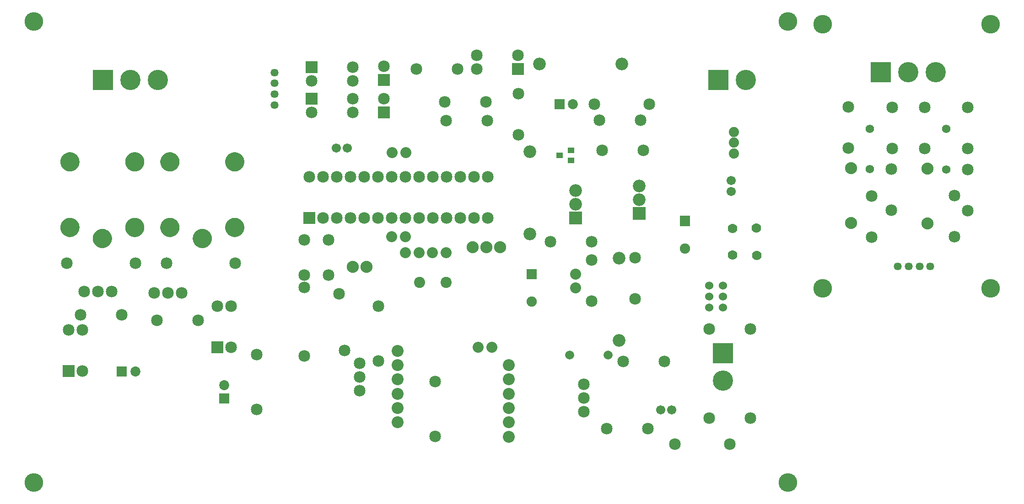
<source format=gbs>
G04 MADE WITH FRITZING*
G04 WWW.FRITZING.ORG*
G04 DOUBLE SIDED*
G04 HOLES PLATED*
G04 CONTOUR ON CENTER OF CONTOUR VECTOR*
%ASAXBY*%
%FSLAX23Y23*%
%MOIN*%
%OFA0B0*%
%SFA1.0B1.0*%
%ADD10C,0.085000*%
%ADD11C,0.087119*%
%ADD12C,0.060000*%
%ADD13C,0.135984*%
%ADD14C,0.061496*%
%ADD15C,0.088000*%
%ADD16C,0.067000*%
%ADD17C,0.074000*%
%ADD18C,0.057559*%
%ADD19C,0.070000*%
%ADD20C,0.065433*%
%ADD21C,0.092000*%
%ADD22C,0.072992*%
%ADD23C,0.075000*%
%ADD24C,0.147795*%
%ADD25C,0.080925*%
%ADD26C,0.080866*%
%ADD27C,0.080000*%
%ADD28R,0.045433X0.041496*%
%ADD29R,0.085000X0.085000*%
%ADD30R,0.092000X0.092000*%
%ADD31R,0.072992X0.072992*%
%ADD32R,0.147795X0.147795*%
%ADD33R,0.001000X0.001000*%
%LNMASK0*%
G90*
G70*
G54D10*
X2329Y1516D03*
X2368Y1102D03*
X5025Y1260D03*
X5325Y1260D03*
G54D11*
X3564Y474D03*
X3564Y579D03*
X3564Y683D03*
X3564Y787D03*
X3564Y891D03*
X3564Y995D03*
X2754Y579D03*
X2754Y683D03*
X2754Y787D03*
X2754Y891D03*
X2754Y995D03*
X2754Y1100D03*
G54D12*
X5123Y1496D03*
X5025Y1496D03*
X5025Y1417D03*
X5025Y1575D03*
X5123Y1575D03*
X5123Y1417D03*
G54D10*
X2073Y1654D03*
X2073Y1910D03*
X2250Y1654D03*
X2250Y1910D03*
G54D13*
X5852Y3484D03*
X7073Y3484D03*
X7073Y1555D03*
X5852Y1555D03*
G54D10*
X6037Y2878D03*
X6037Y2578D03*
X6357Y2877D03*
X6357Y2577D03*
X6909Y2877D03*
X6909Y2577D03*
X6352Y2425D03*
X6352Y2125D03*
X6909Y2424D03*
X6909Y2124D03*
X6594Y2877D03*
X6594Y2577D03*
X6207Y1929D03*
X6207Y2229D03*
X6812Y1932D03*
X6812Y2232D03*
G54D14*
X6195Y2425D03*
X6195Y2720D03*
X6751Y2424D03*
X6751Y2719D03*
G54D15*
X6057Y2031D03*
X6057Y2431D03*
X6613Y2030D03*
X6613Y2430D03*
G54D10*
X2654Y3075D03*
X2654Y3175D03*
X2654Y2838D03*
X2654Y2938D03*
G54D16*
X4671Y669D03*
X4750Y669D03*
X2309Y2579D03*
X2388Y2579D03*
X5183Y2264D03*
X5183Y2343D03*
G54D17*
X5203Y2539D03*
X5203Y2618D03*
X5203Y2697D03*
G54D18*
X6398Y1715D03*
X6477Y1715D03*
X6556Y1715D03*
X6635Y1715D03*
X1856Y2894D03*
X1856Y2972D03*
X1856Y3051D03*
X1856Y3130D03*
G54D19*
X5195Y1993D03*
X5195Y1798D03*
X5370Y1797D03*
X5368Y1996D03*
G54D20*
X4008Y1068D03*
X4288Y1068D03*
G54D21*
X4051Y2069D03*
X4051Y2169D03*
X4051Y2269D03*
X4514Y2103D03*
X4514Y2203D03*
X4514Y2303D03*
G54D13*
X5596Y3504D03*
X103Y138D03*
X103Y3504D03*
G54D10*
X2111Y2068D03*
X2111Y2368D03*
X2211Y2068D03*
X2211Y2368D03*
X2311Y2068D03*
X2311Y2368D03*
X2411Y2068D03*
X2411Y2368D03*
X2511Y2068D03*
X2511Y2368D03*
X2611Y2068D03*
X2611Y2368D03*
X2711Y2068D03*
X2711Y2368D03*
X2811Y2068D03*
X2811Y2368D03*
X2911Y2068D03*
X2911Y2368D03*
X3011Y2068D03*
X3011Y2368D03*
X3111Y2068D03*
X3111Y2368D03*
X3211Y2068D03*
X3211Y2368D03*
X3311Y2068D03*
X3311Y2368D03*
X3411Y2068D03*
X3411Y2368D03*
X3632Y3155D03*
X3332Y3155D03*
X3632Y3255D03*
X3332Y3255D03*
X2127Y3169D03*
X2427Y3169D03*
X2127Y3069D03*
X2427Y3069D03*
X2127Y2940D03*
X2427Y2940D03*
X2127Y2840D03*
X2427Y2840D03*
X1442Y1125D03*
X1442Y1425D03*
X1542Y1125D03*
X1542Y1425D03*
X359Y952D03*
X359Y1252D03*
X459Y952D03*
X459Y1252D03*
X1071Y1738D03*
X1571Y1738D03*
X343Y1738D03*
X843Y1738D03*
X980Y1521D03*
X1080Y1521D03*
X1180Y1521D03*
X472Y1534D03*
X572Y1534D03*
X672Y1534D03*
G54D15*
X2427Y1713D03*
X2527Y1713D03*
X3300Y1856D03*
X3400Y1856D03*
X3500Y1856D03*
G54D10*
X4589Y2899D03*
X4189Y2899D03*
X1729Y673D03*
X1729Y1073D03*
X2073Y1063D03*
X2073Y1563D03*
X4277Y532D03*
X4577Y532D03*
X4773Y419D03*
X5173Y419D03*
X4396Y1024D03*
X4696Y1024D03*
X5025Y610D03*
X5325Y610D03*
X4484Y1778D03*
X4484Y1478D03*
X4169Y1762D03*
X4169Y1462D03*
X3869Y1895D03*
X4169Y1895D03*
X3633Y2975D03*
X3633Y2675D03*
X3409Y2778D03*
X3109Y2778D03*
X3190Y3155D03*
X2890Y3155D03*
X3397Y2916D03*
X3097Y2916D03*
X1300Y1324D03*
X1000Y1324D03*
X744Y1363D03*
X444Y1363D03*
G54D22*
X3933Y2899D03*
X4032Y2899D03*
X1492Y752D03*
X1492Y850D03*
X744Y950D03*
X843Y950D03*
G54D21*
X4366Y1177D03*
X4366Y1777D03*
X3717Y1952D03*
X3717Y2552D03*
X4386Y3194D03*
X3786Y3194D03*
G54D23*
X4848Y1847D03*
X4848Y2047D03*
X3732Y1459D03*
X3732Y1659D03*
G54D24*
X5124Y1083D03*
X5124Y883D03*
X607Y3076D03*
X807Y3076D03*
X1007Y3076D03*
X6274Y3133D03*
X6474Y3133D03*
X6674Y3133D03*
X5092Y3076D03*
X5292Y3076D03*
G54D25*
X3106Y1599D03*
G54D26*
X2913Y1599D03*
G54D10*
X4243Y2564D03*
X4543Y2564D03*
X4224Y2781D03*
X4524Y2781D03*
X4110Y655D03*
X4110Y755D03*
X4110Y855D03*
X2477Y808D03*
X2477Y908D03*
X2477Y1008D03*
X3028Y476D03*
X3028Y876D03*
X2614Y1027D03*
X2614Y1427D03*
G54D27*
X3107Y1815D03*
X3007Y1815D03*
X4051Y1559D03*
X4051Y1659D03*
X3441Y1126D03*
X3341Y1126D03*
X2813Y2545D03*
X2713Y2545D03*
X2812Y1934D03*
X2712Y1934D03*
X2910Y1815D03*
X2810Y1815D03*
G54D13*
X5596Y138D03*
G54D28*
X4016Y2562D03*
X4016Y2488D03*
X3933Y2525D03*
G54D29*
X2654Y3075D03*
X2654Y2838D03*
G54D30*
X4051Y2069D03*
X4514Y2103D03*
G54D29*
X2111Y2068D03*
X3632Y3155D03*
X2127Y3169D03*
X2127Y2940D03*
X1442Y1125D03*
X359Y952D03*
G54D31*
X3933Y2899D03*
X1492Y752D03*
X744Y950D03*
G54D32*
X5124Y1083D03*
X607Y3076D03*
X6274Y3133D03*
X5092Y3076D03*
G54D33*
X365Y2548D02*
X368Y2548D01*
X838Y2548D02*
X841Y2548D01*
X1094Y2548D02*
X1096Y2548D01*
X1566Y2548D02*
X1569Y2548D01*
X356Y2547D02*
X378Y2547D01*
X828Y2547D02*
X850Y2547D01*
X1084Y2547D02*
X1106Y2547D01*
X1557Y2547D02*
X1578Y2547D01*
X351Y2546D02*
X383Y2546D01*
X823Y2546D02*
X855Y2546D01*
X1079Y2546D02*
X1111Y2546D01*
X1552Y2546D02*
X1583Y2546D01*
X347Y2545D02*
X387Y2545D01*
X819Y2545D02*
X859Y2545D01*
X1075Y2545D02*
X1115Y2545D01*
X1548Y2545D02*
X1587Y2545D01*
X344Y2544D02*
X390Y2544D01*
X816Y2544D02*
X862Y2544D01*
X1072Y2544D02*
X1118Y2544D01*
X1545Y2544D02*
X1590Y2544D01*
X341Y2543D02*
X392Y2543D01*
X813Y2543D02*
X865Y2543D01*
X1069Y2543D02*
X1121Y2543D01*
X1542Y2543D02*
X1593Y2543D01*
X339Y2542D02*
X395Y2542D01*
X811Y2542D02*
X867Y2542D01*
X1067Y2542D02*
X1123Y2542D01*
X1539Y2542D02*
X1595Y2542D01*
X337Y2541D02*
X397Y2541D01*
X809Y2541D02*
X869Y2541D01*
X1065Y2541D02*
X1125Y2541D01*
X1537Y2541D02*
X1597Y2541D01*
X335Y2540D02*
X399Y2540D01*
X807Y2540D02*
X871Y2540D01*
X1063Y2540D02*
X1127Y2540D01*
X1535Y2540D02*
X1599Y2540D01*
X333Y2539D02*
X401Y2539D01*
X805Y2539D02*
X873Y2539D01*
X1061Y2539D02*
X1129Y2539D01*
X1534Y2539D02*
X1601Y2539D01*
X331Y2538D02*
X402Y2538D01*
X804Y2538D02*
X875Y2538D01*
X1060Y2538D02*
X1130Y2538D01*
X1532Y2538D02*
X1603Y2538D01*
X330Y2537D02*
X404Y2537D01*
X802Y2537D02*
X876Y2537D01*
X1058Y2537D02*
X1132Y2537D01*
X1530Y2537D02*
X1604Y2537D01*
X328Y2536D02*
X405Y2536D01*
X800Y2536D02*
X878Y2536D01*
X1056Y2536D02*
X1134Y2536D01*
X1529Y2536D02*
X1606Y2536D01*
X327Y2535D02*
X407Y2535D01*
X799Y2535D02*
X879Y2535D01*
X1055Y2535D02*
X1135Y2535D01*
X1527Y2535D02*
X1607Y2535D01*
X325Y2534D02*
X408Y2534D01*
X798Y2534D02*
X880Y2534D01*
X1054Y2534D02*
X1136Y2534D01*
X1526Y2534D02*
X1609Y2534D01*
X324Y2533D02*
X409Y2533D01*
X796Y2533D02*
X882Y2533D01*
X1052Y2533D02*
X1138Y2533D01*
X1525Y2533D02*
X1610Y2533D01*
X323Y2532D02*
X411Y2532D01*
X795Y2532D02*
X883Y2532D01*
X1051Y2532D02*
X1139Y2532D01*
X1523Y2532D02*
X1611Y2532D01*
X322Y2531D02*
X412Y2531D01*
X794Y2531D02*
X884Y2531D01*
X1050Y2531D02*
X1140Y2531D01*
X1522Y2531D02*
X1613Y2531D01*
X320Y2530D02*
X413Y2530D01*
X793Y2530D02*
X885Y2530D01*
X1049Y2530D02*
X1141Y2530D01*
X1521Y2530D02*
X1614Y2530D01*
X319Y2529D02*
X414Y2529D01*
X792Y2529D02*
X887Y2529D01*
X1048Y2529D02*
X1142Y2529D01*
X1520Y2529D02*
X1615Y2529D01*
X318Y2528D02*
X415Y2528D01*
X791Y2528D02*
X888Y2528D01*
X1046Y2528D02*
X1144Y2528D01*
X1519Y2528D02*
X1616Y2528D01*
X317Y2527D02*
X416Y2527D01*
X790Y2527D02*
X889Y2527D01*
X1046Y2527D02*
X1145Y2527D01*
X1518Y2527D02*
X1617Y2527D01*
X316Y2526D02*
X417Y2526D01*
X789Y2526D02*
X890Y2526D01*
X1045Y2526D02*
X1145Y2526D01*
X1517Y2526D02*
X1618Y2526D01*
X315Y2525D02*
X418Y2525D01*
X788Y2525D02*
X890Y2525D01*
X1044Y2525D02*
X1146Y2525D01*
X1516Y2525D02*
X1619Y2525D01*
X315Y2524D02*
X419Y2524D01*
X787Y2524D02*
X891Y2524D01*
X1043Y2524D02*
X1147Y2524D01*
X1515Y2524D02*
X1620Y2524D01*
X314Y2523D02*
X420Y2523D01*
X786Y2523D02*
X892Y2523D01*
X1042Y2523D02*
X1148Y2523D01*
X1514Y2523D02*
X1621Y2523D01*
X313Y2522D02*
X421Y2522D01*
X785Y2522D02*
X893Y2522D01*
X1041Y2522D02*
X1149Y2522D01*
X1514Y2522D02*
X1621Y2522D01*
X312Y2521D02*
X421Y2521D01*
X785Y2521D02*
X894Y2521D01*
X1040Y2521D02*
X1150Y2521D01*
X1513Y2521D02*
X1622Y2521D01*
X311Y2520D02*
X422Y2520D01*
X784Y2520D02*
X894Y2520D01*
X1040Y2520D02*
X1150Y2520D01*
X1512Y2520D02*
X1623Y2520D01*
X311Y2519D02*
X423Y2519D01*
X783Y2519D02*
X895Y2519D01*
X1039Y2519D02*
X1151Y2519D01*
X1511Y2519D02*
X1623Y2519D01*
X310Y2518D02*
X424Y2518D01*
X782Y2518D02*
X896Y2518D01*
X1038Y2518D02*
X1152Y2518D01*
X1511Y2518D02*
X1624Y2518D01*
X309Y2517D02*
X424Y2517D01*
X782Y2517D02*
X897Y2517D01*
X1037Y2517D02*
X1153Y2517D01*
X1510Y2517D02*
X1625Y2517D01*
X309Y2516D02*
X425Y2516D01*
X781Y2516D02*
X897Y2516D01*
X1037Y2516D02*
X1153Y2516D01*
X1509Y2516D02*
X1626Y2516D01*
X308Y2515D02*
X425Y2515D01*
X780Y2515D02*
X898Y2515D01*
X1036Y2515D02*
X1154Y2515D01*
X1509Y2515D02*
X1626Y2515D01*
X307Y2514D02*
X426Y2514D01*
X780Y2514D02*
X898Y2514D01*
X1036Y2514D02*
X1154Y2514D01*
X1508Y2514D02*
X1627Y2514D01*
X307Y2513D02*
X427Y2513D01*
X779Y2513D02*
X899Y2513D01*
X1035Y2513D02*
X1155Y2513D01*
X1507Y2513D02*
X1627Y2513D01*
X306Y2512D02*
X427Y2512D01*
X779Y2512D02*
X900Y2512D01*
X1034Y2512D02*
X1156Y2512D01*
X1507Y2512D02*
X1628Y2512D01*
X306Y2511D02*
X428Y2511D01*
X778Y2511D02*
X900Y2511D01*
X1034Y2511D02*
X1156Y2511D01*
X1506Y2511D02*
X1629Y2511D01*
X305Y2510D02*
X428Y2510D01*
X777Y2510D02*
X901Y2510D01*
X1033Y2510D02*
X1157Y2510D01*
X1506Y2510D02*
X1629Y2510D01*
X305Y2509D02*
X429Y2509D01*
X777Y2509D02*
X901Y2509D01*
X1033Y2509D02*
X1157Y2509D01*
X1505Y2509D02*
X1630Y2509D01*
X304Y2508D02*
X429Y2508D01*
X776Y2508D02*
X902Y2508D01*
X1032Y2508D02*
X1158Y2508D01*
X1505Y2508D02*
X1630Y2508D01*
X304Y2507D02*
X430Y2507D01*
X776Y2507D02*
X902Y2507D01*
X1032Y2507D02*
X1158Y2507D01*
X1504Y2507D02*
X1631Y2507D01*
X303Y2506D02*
X430Y2506D01*
X775Y2506D02*
X903Y2506D01*
X1031Y2506D02*
X1159Y2506D01*
X1504Y2506D02*
X1631Y2506D01*
X303Y2505D02*
X431Y2505D01*
X775Y2505D02*
X903Y2505D01*
X1031Y2505D02*
X1159Y2505D01*
X1503Y2505D02*
X1631Y2505D01*
X302Y2504D02*
X431Y2504D01*
X775Y2504D02*
X904Y2504D01*
X1031Y2504D02*
X1159Y2504D01*
X1503Y2504D02*
X1632Y2504D01*
X302Y2503D02*
X432Y2503D01*
X774Y2503D02*
X904Y2503D01*
X1030Y2503D02*
X1160Y2503D01*
X1503Y2503D02*
X1632Y2503D01*
X302Y2502D02*
X432Y2502D01*
X774Y2502D02*
X904Y2502D01*
X1030Y2502D02*
X1160Y2502D01*
X1502Y2502D02*
X1633Y2502D01*
X301Y2501D02*
X432Y2501D01*
X774Y2501D02*
X905Y2501D01*
X1030Y2501D02*
X1161Y2501D01*
X1502Y2501D02*
X1633Y2501D01*
X301Y2500D02*
X433Y2500D01*
X773Y2500D02*
X905Y2500D01*
X1029Y2500D02*
X1161Y2500D01*
X1502Y2500D02*
X1633Y2500D01*
X301Y2499D02*
X433Y2499D01*
X773Y2499D02*
X905Y2499D01*
X1029Y2499D02*
X1161Y2499D01*
X1501Y2499D02*
X1634Y2499D01*
X300Y2498D02*
X433Y2498D01*
X773Y2498D02*
X906Y2498D01*
X1029Y2498D02*
X1161Y2498D01*
X1501Y2498D02*
X1634Y2498D01*
X300Y2497D02*
X433Y2497D01*
X772Y2497D02*
X906Y2497D01*
X1028Y2497D02*
X1162Y2497D01*
X1501Y2497D02*
X1634Y2497D01*
X300Y2496D02*
X434Y2496D01*
X772Y2496D02*
X906Y2496D01*
X1028Y2496D02*
X1162Y2496D01*
X1500Y2496D02*
X1634Y2496D01*
X300Y2495D02*
X434Y2495D01*
X772Y2495D02*
X906Y2495D01*
X1028Y2495D02*
X1162Y2495D01*
X1500Y2495D02*
X1635Y2495D01*
X299Y2494D02*
X434Y2494D01*
X772Y2494D02*
X907Y2494D01*
X1028Y2494D02*
X1162Y2494D01*
X1500Y2494D02*
X1635Y2494D01*
X299Y2493D02*
X434Y2493D01*
X771Y2493D02*
X907Y2493D01*
X1027Y2493D02*
X1163Y2493D01*
X1500Y2493D02*
X1635Y2493D01*
X299Y2492D02*
X435Y2492D01*
X771Y2492D02*
X907Y2492D01*
X1027Y2492D02*
X1163Y2492D01*
X1499Y2492D02*
X1635Y2492D01*
X299Y2491D02*
X435Y2491D01*
X771Y2491D02*
X907Y2491D01*
X1027Y2491D02*
X1163Y2491D01*
X1499Y2491D02*
X1636Y2491D01*
X298Y2490D02*
X435Y2490D01*
X771Y2490D02*
X907Y2490D01*
X1027Y2490D02*
X1163Y2490D01*
X1499Y2490D02*
X1636Y2490D01*
X298Y2489D02*
X435Y2489D01*
X771Y2489D02*
X908Y2489D01*
X1027Y2489D02*
X1163Y2489D01*
X1499Y2489D02*
X1636Y2489D01*
X298Y2488D02*
X435Y2488D01*
X771Y2488D02*
X908Y2488D01*
X1026Y2488D02*
X1164Y2488D01*
X1499Y2488D02*
X1636Y2488D01*
X298Y2487D02*
X435Y2487D01*
X770Y2487D02*
X908Y2487D01*
X1026Y2487D02*
X1164Y2487D01*
X1499Y2487D02*
X1636Y2487D01*
X298Y2486D02*
X436Y2486D01*
X770Y2486D02*
X908Y2486D01*
X1026Y2486D02*
X1164Y2486D01*
X1499Y2486D02*
X1636Y2486D01*
X298Y2485D02*
X436Y2485D01*
X770Y2485D02*
X908Y2485D01*
X1026Y2485D02*
X1164Y2485D01*
X1498Y2485D02*
X1636Y2485D01*
X298Y2484D02*
X436Y2484D01*
X770Y2484D02*
X908Y2484D01*
X1026Y2484D02*
X1164Y2484D01*
X1498Y2484D02*
X1637Y2484D01*
X298Y2483D02*
X436Y2483D01*
X770Y2483D02*
X908Y2483D01*
X1026Y2483D02*
X1164Y2483D01*
X1498Y2483D02*
X1637Y2483D01*
X298Y2482D02*
X436Y2482D01*
X770Y2482D02*
X908Y2482D01*
X1026Y2482D02*
X1164Y2482D01*
X1498Y2482D02*
X1637Y2482D01*
X297Y2481D02*
X436Y2481D01*
X770Y2481D02*
X908Y2481D01*
X1026Y2481D02*
X1164Y2481D01*
X1498Y2481D02*
X1637Y2481D01*
X297Y2480D02*
X436Y2480D01*
X770Y2480D02*
X908Y2480D01*
X1026Y2480D02*
X1164Y2480D01*
X1498Y2480D02*
X1637Y2480D01*
X297Y2479D02*
X436Y2479D01*
X770Y2479D02*
X909Y2479D01*
X1026Y2479D02*
X1164Y2479D01*
X1498Y2479D02*
X1637Y2479D01*
X297Y2478D02*
X436Y2478D01*
X770Y2478D02*
X909Y2478D01*
X1026Y2478D02*
X1164Y2478D01*
X1498Y2478D02*
X1637Y2478D01*
X297Y2477D02*
X436Y2477D01*
X770Y2477D02*
X908Y2477D01*
X1026Y2477D02*
X1164Y2477D01*
X1498Y2477D02*
X1637Y2477D01*
X297Y2476D02*
X436Y2476D01*
X770Y2476D02*
X908Y2476D01*
X1026Y2476D02*
X1164Y2476D01*
X1498Y2476D02*
X1637Y2476D01*
X297Y2475D02*
X436Y2475D01*
X770Y2475D02*
X908Y2475D01*
X1026Y2475D02*
X1164Y2475D01*
X1498Y2475D02*
X1637Y2475D01*
X298Y2474D02*
X436Y2474D01*
X770Y2474D02*
X908Y2474D01*
X1026Y2474D02*
X1164Y2474D01*
X1498Y2474D02*
X1637Y2474D01*
X298Y2473D02*
X436Y2473D01*
X770Y2473D02*
X908Y2473D01*
X1026Y2473D02*
X1164Y2473D01*
X1498Y2473D02*
X1637Y2473D01*
X298Y2472D02*
X436Y2472D01*
X770Y2472D02*
X908Y2472D01*
X1026Y2472D02*
X1164Y2472D01*
X1498Y2472D02*
X1636Y2472D01*
X298Y2471D02*
X436Y2471D01*
X770Y2471D02*
X908Y2471D01*
X1026Y2471D02*
X1164Y2471D01*
X1498Y2471D02*
X1636Y2471D01*
X298Y2470D02*
X436Y2470D01*
X770Y2470D02*
X908Y2470D01*
X1026Y2470D02*
X1164Y2470D01*
X1499Y2470D02*
X1636Y2470D01*
X298Y2469D02*
X435Y2469D01*
X770Y2469D02*
X908Y2469D01*
X1026Y2469D02*
X1164Y2469D01*
X1499Y2469D02*
X1636Y2469D01*
X298Y2468D02*
X435Y2468D01*
X771Y2468D02*
X908Y2468D01*
X1027Y2468D02*
X1164Y2468D01*
X1499Y2468D02*
X1636Y2468D01*
X298Y2467D02*
X435Y2467D01*
X771Y2467D02*
X907Y2467D01*
X1027Y2467D02*
X1163Y2467D01*
X1499Y2467D02*
X1636Y2467D01*
X299Y2466D02*
X435Y2466D01*
X771Y2466D02*
X907Y2466D01*
X1027Y2466D02*
X1163Y2466D01*
X1499Y2466D02*
X1636Y2466D01*
X299Y2465D02*
X435Y2465D01*
X771Y2465D02*
X907Y2465D01*
X1027Y2465D02*
X1163Y2465D01*
X1499Y2465D02*
X1635Y2465D01*
X299Y2464D02*
X435Y2464D01*
X771Y2464D02*
X907Y2464D01*
X1027Y2464D02*
X1163Y2464D01*
X1500Y2464D02*
X1635Y2464D01*
X299Y2463D02*
X434Y2463D01*
X771Y2463D02*
X907Y2463D01*
X1027Y2463D02*
X1163Y2463D01*
X1500Y2463D02*
X1635Y2463D01*
X299Y2462D02*
X434Y2462D01*
X772Y2462D02*
X906Y2462D01*
X1028Y2462D02*
X1162Y2462D01*
X1500Y2462D02*
X1635Y2462D01*
X300Y2461D02*
X434Y2461D01*
X772Y2461D02*
X906Y2461D01*
X1028Y2461D02*
X1162Y2461D01*
X1500Y2461D02*
X1635Y2461D01*
X300Y2460D02*
X434Y2460D01*
X772Y2460D02*
X906Y2460D01*
X1028Y2460D02*
X1162Y2460D01*
X1501Y2460D02*
X1634Y2460D01*
X300Y2459D02*
X433Y2459D01*
X772Y2459D02*
X906Y2459D01*
X1028Y2459D02*
X1162Y2459D01*
X1501Y2459D02*
X1634Y2459D01*
X300Y2458D02*
X433Y2458D01*
X773Y2458D02*
X905Y2458D01*
X1029Y2458D02*
X1161Y2458D01*
X1501Y2458D02*
X1634Y2458D01*
X301Y2457D02*
X433Y2457D01*
X773Y2457D02*
X905Y2457D01*
X1029Y2457D02*
X1161Y2457D01*
X1501Y2457D02*
X1633Y2457D01*
X301Y2456D02*
X432Y2456D01*
X773Y2456D02*
X905Y2456D01*
X1029Y2456D02*
X1161Y2456D01*
X1502Y2456D02*
X1633Y2456D01*
X301Y2455D02*
X432Y2455D01*
X774Y2455D02*
X905Y2455D01*
X1030Y2455D02*
X1160Y2455D01*
X1502Y2455D02*
X1633Y2455D01*
X302Y2454D02*
X432Y2454D01*
X774Y2454D02*
X904Y2454D01*
X1030Y2454D02*
X1160Y2454D01*
X1502Y2454D02*
X1632Y2454D01*
X302Y2453D02*
X431Y2453D01*
X774Y2453D02*
X904Y2453D01*
X1030Y2453D02*
X1160Y2453D01*
X1503Y2453D02*
X1632Y2453D01*
X302Y2452D02*
X431Y2452D01*
X775Y2452D02*
X903Y2452D01*
X1031Y2452D02*
X1159Y2452D01*
X1503Y2452D02*
X1632Y2452D01*
X303Y2451D02*
X431Y2451D01*
X775Y2451D02*
X903Y2451D01*
X1031Y2451D02*
X1159Y2451D01*
X1503Y2451D02*
X1631Y2451D01*
X303Y2450D02*
X430Y2450D01*
X776Y2450D02*
X903Y2450D01*
X1032Y2450D02*
X1159Y2450D01*
X1504Y2450D02*
X1631Y2450D01*
X304Y2449D02*
X430Y2449D01*
X776Y2449D02*
X902Y2449D01*
X1032Y2449D02*
X1158Y2449D01*
X1504Y2449D02*
X1630Y2449D01*
X304Y2448D02*
X429Y2448D01*
X777Y2448D02*
X902Y2448D01*
X1033Y2448D02*
X1158Y2448D01*
X1505Y2448D02*
X1630Y2448D01*
X305Y2447D02*
X429Y2447D01*
X777Y2447D02*
X901Y2447D01*
X1033Y2447D02*
X1157Y2447D01*
X1505Y2447D02*
X1629Y2447D01*
X305Y2446D02*
X428Y2446D01*
X778Y2446D02*
X901Y2446D01*
X1034Y2446D02*
X1157Y2446D01*
X1506Y2446D02*
X1629Y2446D01*
X306Y2445D02*
X428Y2445D01*
X778Y2445D02*
X900Y2445D01*
X1034Y2445D02*
X1156Y2445D01*
X1506Y2445D02*
X1628Y2445D01*
X306Y2444D02*
X427Y2444D01*
X779Y2444D02*
X900Y2444D01*
X1035Y2444D02*
X1155Y2444D01*
X1507Y2444D02*
X1628Y2444D01*
X307Y2443D02*
X427Y2443D01*
X779Y2443D02*
X899Y2443D01*
X1035Y2443D02*
X1155Y2443D01*
X1508Y2443D02*
X1627Y2443D01*
X308Y2442D02*
X426Y2442D01*
X780Y2442D02*
X898Y2442D01*
X1036Y2442D02*
X1154Y2442D01*
X1508Y2442D02*
X1627Y2442D01*
X308Y2441D02*
X425Y2441D01*
X781Y2441D02*
X898Y2441D01*
X1036Y2441D02*
X1154Y2441D01*
X1509Y2441D02*
X1626Y2441D01*
X309Y2440D02*
X425Y2440D01*
X781Y2440D02*
X897Y2440D01*
X1037Y2440D02*
X1153Y2440D01*
X1509Y2440D02*
X1625Y2440D01*
X309Y2439D02*
X424Y2439D01*
X782Y2439D02*
X896Y2439D01*
X1038Y2439D02*
X1152Y2439D01*
X1510Y2439D02*
X1625Y2439D01*
X310Y2438D02*
X423Y2438D01*
X783Y2438D02*
X896Y2438D01*
X1038Y2438D02*
X1152Y2438D01*
X1511Y2438D02*
X1624Y2438D01*
X311Y2437D02*
X423Y2437D01*
X783Y2437D02*
X895Y2437D01*
X1039Y2437D02*
X1151Y2437D01*
X1512Y2437D02*
X1623Y2437D01*
X312Y2436D02*
X422Y2436D01*
X784Y2436D02*
X894Y2436D01*
X1040Y2436D02*
X1150Y2436D01*
X1512Y2436D02*
X1623Y2436D01*
X312Y2435D02*
X421Y2435D01*
X785Y2435D02*
X893Y2435D01*
X1041Y2435D02*
X1149Y2435D01*
X1513Y2435D02*
X1622Y2435D01*
X313Y2434D02*
X420Y2434D01*
X785Y2434D02*
X893Y2434D01*
X1041Y2434D02*
X1149Y2434D01*
X1514Y2434D02*
X1621Y2434D01*
X314Y2433D02*
X420Y2433D01*
X786Y2433D02*
X892Y2433D01*
X1042Y2433D02*
X1148Y2433D01*
X1515Y2433D02*
X1620Y2433D01*
X315Y2432D02*
X419Y2432D01*
X787Y2432D02*
X891Y2432D01*
X1043Y2432D02*
X1147Y2432D01*
X1515Y2432D02*
X1619Y2432D01*
X316Y2431D02*
X418Y2431D01*
X788Y2431D02*
X890Y2431D01*
X1044Y2431D02*
X1146Y2431D01*
X1516Y2431D02*
X1618Y2431D01*
X317Y2430D02*
X417Y2430D01*
X789Y2430D02*
X889Y2430D01*
X1045Y2430D02*
X1145Y2430D01*
X1517Y2430D02*
X1618Y2430D01*
X318Y2429D02*
X416Y2429D01*
X790Y2429D02*
X888Y2429D01*
X1046Y2429D02*
X1144Y2429D01*
X1518Y2429D02*
X1617Y2429D01*
X319Y2428D02*
X415Y2428D01*
X791Y2428D02*
X887Y2428D01*
X1047Y2428D02*
X1143Y2428D01*
X1519Y2428D02*
X1616Y2428D01*
X320Y2427D02*
X414Y2427D01*
X792Y2427D02*
X886Y2427D01*
X1048Y2427D02*
X1142Y2427D01*
X1520Y2427D02*
X1614Y2427D01*
X321Y2426D02*
X413Y2426D01*
X793Y2426D02*
X885Y2426D01*
X1049Y2426D02*
X1141Y2426D01*
X1521Y2426D02*
X1613Y2426D01*
X322Y2425D02*
X412Y2425D01*
X794Y2425D02*
X884Y2425D01*
X1050Y2425D02*
X1140Y2425D01*
X1523Y2425D02*
X1612Y2425D01*
X323Y2424D02*
X410Y2424D01*
X796Y2424D02*
X883Y2424D01*
X1051Y2424D02*
X1139Y2424D01*
X1524Y2424D02*
X1611Y2424D01*
X324Y2423D02*
X409Y2423D01*
X797Y2423D02*
X881Y2423D01*
X1053Y2423D02*
X1137Y2423D01*
X1525Y2423D02*
X1610Y2423D01*
X326Y2422D02*
X408Y2422D01*
X798Y2422D02*
X880Y2422D01*
X1054Y2422D02*
X1136Y2422D01*
X1526Y2422D02*
X1608Y2422D01*
X327Y2421D02*
X406Y2421D01*
X800Y2421D02*
X879Y2421D01*
X1055Y2421D02*
X1135Y2421D01*
X1528Y2421D02*
X1607Y2421D01*
X329Y2420D02*
X405Y2420D01*
X801Y2420D02*
X877Y2420D01*
X1057Y2420D02*
X1133Y2420D01*
X1529Y2420D02*
X1606Y2420D01*
X330Y2419D02*
X403Y2419D01*
X803Y2419D02*
X876Y2419D01*
X1059Y2419D02*
X1132Y2419D01*
X1531Y2419D02*
X1604Y2419D01*
X332Y2418D02*
X402Y2418D01*
X804Y2418D02*
X874Y2418D01*
X1060Y2418D02*
X1130Y2418D01*
X1533Y2418D02*
X1602Y2418D01*
X333Y2417D02*
X400Y2417D01*
X806Y2417D02*
X872Y2417D01*
X1062Y2417D02*
X1128Y2417D01*
X1534Y2417D02*
X1601Y2417D01*
X335Y2416D02*
X398Y2416D01*
X808Y2416D02*
X870Y2416D01*
X1064Y2416D02*
X1126Y2416D01*
X1536Y2416D02*
X1599Y2416D01*
X337Y2415D02*
X396Y2415D01*
X810Y2415D02*
X868Y2415D01*
X1066Y2415D02*
X1124Y2415D01*
X1538Y2415D02*
X1597Y2415D01*
X339Y2414D02*
X394Y2414D01*
X812Y2414D02*
X866Y2414D01*
X1068Y2414D02*
X1122Y2414D01*
X1540Y2414D02*
X1595Y2414D01*
X342Y2413D02*
X391Y2413D01*
X814Y2413D02*
X864Y2413D01*
X1070Y2413D02*
X1120Y2413D01*
X1543Y2413D02*
X1592Y2413D01*
X345Y2412D02*
X389Y2412D01*
X817Y2412D02*
X861Y2412D01*
X1073Y2412D02*
X1117Y2412D01*
X1545Y2412D02*
X1589Y2412D01*
X348Y2411D02*
X385Y2411D01*
X821Y2411D02*
X858Y2411D01*
X1077Y2411D02*
X1114Y2411D01*
X1549Y2411D02*
X1586Y2411D01*
X352Y2410D02*
X381Y2410D01*
X825Y2410D02*
X854Y2410D01*
X1080Y2410D02*
X1110Y2410D01*
X1553Y2410D02*
X1582Y2410D01*
X358Y2409D02*
X376Y2409D01*
X830Y2409D02*
X848Y2409D01*
X1086Y2409D02*
X1104Y2409D01*
X1559Y2409D02*
X1576Y2409D01*
X4811Y2085D02*
X4884Y2085D01*
X4811Y2084D02*
X4885Y2084D01*
X4811Y2083D02*
X4885Y2083D01*
X4811Y2082D02*
X4885Y2082D01*
X4811Y2081D02*
X4885Y2081D01*
X4811Y2080D02*
X4885Y2080D01*
X4811Y2079D02*
X4885Y2079D01*
X4811Y2078D02*
X4885Y2078D01*
X4811Y2077D02*
X4885Y2077D01*
X4811Y2076D02*
X4885Y2076D01*
X4811Y2075D02*
X4885Y2075D01*
X4811Y2074D02*
X4885Y2074D01*
X4811Y2073D02*
X4885Y2073D01*
X4811Y2072D02*
X4885Y2072D01*
X4811Y2071D02*
X4885Y2071D01*
X4811Y2070D02*
X4885Y2070D01*
X358Y2069D02*
X376Y2069D01*
X830Y2069D02*
X848Y2069D01*
X1086Y2069D02*
X1104Y2069D01*
X1559Y2069D02*
X1576Y2069D01*
X4811Y2069D02*
X4885Y2069D01*
X352Y2068D02*
X381Y2068D01*
X825Y2068D02*
X854Y2068D01*
X1081Y2068D02*
X1110Y2068D01*
X1553Y2068D02*
X1582Y2068D01*
X4811Y2068D02*
X4885Y2068D01*
X348Y2067D02*
X385Y2067D01*
X821Y2067D02*
X858Y2067D01*
X1077Y2067D02*
X1114Y2067D01*
X1549Y2067D02*
X1586Y2067D01*
X4811Y2067D02*
X4885Y2067D01*
X345Y2066D02*
X389Y2066D01*
X817Y2066D02*
X861Y2066D01*
X1073Y2066D02*
X1117Y2066D01*
X1545Y2066D02*
X1589Y2066D01*
X4811Y2066D02*
X4885Y2066D01*
X342Y2065D02*
X391Y2065D01*
X814Y2065D02*
X864Y2065D01*
X1070Y2065D02*
X1120Y2065D01*
X1543Y2065D02*
X1592Y2065D01*
X4811Y2065D02*
X4885Y2065D01*
X339Y2064D02*
X394Y2064D01*
X812Y2064D02*
X866Y2064D01*
X1068Y2064D02*
X1122Y2064D01*
X1540Y2064D02*
X1595Y2064D01*
X4811Y2064D02*
X4885Y2064D01*
X337Y2063D02*
X396Y2063D01*
X810Y2063D02*
X868Y2063D01*
X1066Y2063D02*
X1124Y2063D01*
X1538Y2063D02*
X1597Y2063D01*
X4811Y2063D02*
X4885Y2063D01*
X335Y2062D02*
X398Y2062D01*
X808Y2062D02*
X870Y2062D01*
X1064Y2062D02*
X1126Y2062D01*
X1536Y2062D02*
X1599Y2062D01*
X4811Y2062D02*
X4885Y2062D01*
X333Y2061D02*
X400Y2061D01*
X806Y2061D02*
X872Y2061D01*
X1062Y2061D02*
X1128Y2061D01*
X1534Y2061D02*
X1601Y2061D01*
X4811Y2061D02*
X4885Y2061D01*
X332Y2060D02*
X402Y2060D01*
X804Y2060D02*
X874Y2060D01*
X1060Y2060D02*
X1130Y2060D01*
X1533Y2060D02*
X1602Y2060D01*
X4811Y2060D02*
X4885Y2060D01*
X330Y2059D02*
X403Y2059D01*
X803Y2059D02*
X876Y2059D01*
X1059Y2059D02*
X1132Y2059D01*
X1531Y2059D02*
X1604Y2059D01*
X4811Y2059D02*
X4885Y2059D01*
X329Y2058D02*
X405Y2058D01*
X801Y2058D02*
X877Y2058D01*
X1057Y2058D02*
X1133Y2058D01*
X1529Y2058D02*
X1606Y2058D01*
X4811Y2058D02*
X4885Y2058D01*
X327Y2057D02*
X406Y2057D01*
X800Y2057D02*
X879Y2057D01*
X1055Y2057D02*
X1135Y2057D01*
X1528Y2057D02*
X1607Y2057D01*
X4811Y2057D02*
X4885Y2057D01*
X326Y2056D02*
X408Y2056D01*
X798Y2056D02*
X880Y2056D01*
X1054Y2056D02*
X1136Y2056D01*
X1526Y2056D02*
X1608Y2056D01*
X4811Y2056D02*
X4844Y2056D01*
X4851Y2056D02*
X4885Y2056D01*
X324Y2055D02*
X409Y2055D01*
X797Y2055D02*
X881Y2055D01*
X1053Y2055D02*
X1137Y2055D01*
X1525Y2055D02*
X1610Y2055D01*
X4811Y2055D02*
X4842Y2055D01*
X4853Y2055D02*
X4885Y2055D01*
X323Y2054D02*
X410Y2054D01*
X796Y2054D02*
X883Y2054D01*
X1051Y2054D02*
X1139Y2054D01*
X1524Y2054D02*
X1611Y2054D01*
X4811Y2054D02*
X4841Y2054D01*
X4854Y2054D02*
X4885Y2054D01*
X322Y2053D02*
X412Y2053D01*
X794Y2053D02*
X884Y2053D01*
X1050Y2053D02*
X1140Y2053D01*
X1523Y2053D02*
X1612Y2053D01*
X4811Y2053D02*
X4840Y2053D01*
X4855Y2053D02*
X4885Y2053D01*
X321Y2052D02*
X413Y2052D01*
X793Y2052D02*
X885Y2052D01*
X1049Y2052D02*
X1141Y2052D01*
X1521Y2052D02*
X1613Y2052D01*
X4811Y2052D02*
X4839Y2052D01*
X4856Y2052D02*
X4885Y2052D01*
X320Y2051D02*
X414Y2051D01*
X792Y2051D02*
X886Y2051D01*
X1048Y2051D02*
X1142Y2051D01*
X1520Y2051D02*
X1614Y2051D01*
X4811Y2051D02*
X4839Y2051D01*
X4856Y2051D02*
X4885Y2051D01*
X319Y2050D02*
X415Y2050D01*
X791Y2050D02*
X887Y2050D01*
X1047Y2050D02*
X1143Y2050D01*
X1519Y2050D02*
X1616Y2050D01*
X4811Y2050D02*
X4838Y2050D01*
X4857Y2050D02*
X4885Y2050D01*
X318Y2049D02*
X416Y2049D01*
X790Y2049D02*
X888Y2049D01*
X1046Y2049D02*
X1144Y2049D01*
X1518Y2049D02*
X1617Y2049D01*
X4811Y2049D02*
X4838Y2049D01*
X4857Y2049D02*
X4885Y2049D01*
X317Y2048D02*
X417Y2048D01*
X789Y2048D02*
X889Y2048D01*
X1045Y2048D02*
X1145Y2048D01*
X1517Y2048D02*
X1618Y2048D01*
X4811Y2048D02*
X4838Y2048D01*
X4857Y2048D02*
X4885Y2048D01*
X316Y2047D02*
X418Y2047D01*
X788Y2047D02*
X890Y2047D01*
X1044Y2047D02*
X1146Y2047D01*
X1516Y2047D02*
X1618Y2047D01*
X4811Y2047D02*
X4838Y2047D01*
X4857Y2047D02*
X4885Y2047D01*
X315Y2046D02*
X419Y2046D01*
X787Y2046D02*
X891Y2046D01*
X1043Y2046D02*
X1147Y2046D01*
X1515Y2046D02*
X1619Y2046D01*
X4811Y2046D02*
X4838Y2046D01*
X4857Y2046D02*
X4885Y2046D01*
X314Y2045D02*
X420Y2045D01*
X786Y2045D02*
X892Y2045D01*
X1042Y2045D02*
X1148Y2045D01*
X1515Y2045D02*
X1620Y2045D01*
X4811Y2045D02*
X4839Y2045D01*
X4856Y2045D02*
X4885Y2045D01*
X313Y2044D02*
X420Y2044D01*
X785Y2044D02*
X893Y2044D01*
X1041Y2044D02*
X1149Y2044D01*
X1514Y2044D02*
X1621Y2044D01*
X4811Y2044D02*
X4839Y2044D01*
X4856Y2044D02*
X4885Y2044D01*
X312Y2043D02*
X421Y2043D01*
X785Y2043D02*
X893Y2043D01*
X1041Y2043D02*
X1149Y2043D01*
X1513Y2043D02*
X1622Y2043D01*
X4811Y2043D02*
X4840Y2043D01*
X4855Y2043D02*
X4885Y2043D01*
X312Y2042D02*
X422Y2042D01*
X784Y2042D02*
X894Y2042D01*
X1040Y2042D02*
X1150Y2042D01*
X1512Y2042D02*
X1623Y2042D01*
X4811Y2042D02*
X4840Y2042D01*
X4855Y2042D02*
X4885Y2042D01*
X311Y2041D02*
X423Y2041D01*
X783Y2041D02*
X895Y2041D01*
X1039Y2041D02*
X1151Y2041D01*
X1512Y2041D02*
X1623Y2041D01*
X4811Y2041D02*
X4841Y2041D01*
X4854Y2041D02*
X4885Y2041D01*
X310Y2040D02*
X423Y2040D01*
X783Y2040D02*
X896Y2040D01*
X1038Y2040D02*
X1152Y2040D01*
X1511Y2040D02*
X1624Y2040D01*
X4811Y2040D02*
X4843Y2040D01*
X4852Y2040D02*
X4885Y2040D01*
X309Y2039D02*
X424Y2039D01*
X782Y2039D02*
X896Y2039D01*
X1038Y2039D02*
X1152Y2039D01*
X1510Y2039D02*
X1625Y2039D01*
X4811Y2039D02*
X4846Y2039D01*
X4849Y2039D02*
X4885Y2039D01*
X309Y2038D02*
X425Y2038D01*
X781Y2038D02*
X897Y2038D01*
X1037Y2038D02*
X1153Y2038D01*
X1509Y2038D02*
X1625Y2038D01*
X4811Y2038D02*
X4885Y2038D01*
X308Y2037D02*
X425Y2037D01*
X781Y2037D02*
X898Y2037D01*
X1036Y2037D02*
X1154Y2037D01*
X1509Y2037D02*
X1626Y2037D01*
X4811Y2037D02*
X4885Y2037D01*
X308Y2036D02*
X426Y2036D01*
X780Y2036D02*
X898Y2036D01*
X1036Y2036D02*
X1154Y2036D01*
X1508Y2036D02*
X1627Y2036D01*
X4811Y2036D02*
X4885Y2036D01*
X307Y2035D02*
X427Y2035D01*
X779Y2035D02*
X899Y2035D01*
X1035Y2035D02*
X1155Y2035D01*
X1508Y2035D02*
X1627Y2035D01*
X4811Y2035D02*
X4885Y2035D01*
X306Y2034D02*
X427Y2034D01*
X779Y2034D02*
X900Y2034D01*
X1035Y2034D02*
X1155Y2034D01*
X1507Y2034D02*
X1628Y2034D01*
X4811Y2034D02*
X4885Y2034D01*
X306Y2033D02*
X428Y2033D01*
X778Y2033D02*
X900Y2033D01*
X1034Y2033D02*
X1156Y2033D01*
X1506Y2033D02*
X1628Y2033D01*
X4811Y2033D02*
X4885Y2033D01*
X305Y2032D02*
X428Y2032D01*
X778Y2032D02*
X901Y2032D01*
X1034Y2032D02*
X1157Y2032D01*
X1506Y2032D02*
X1629Y2032D01*
X4811Y2032D02*
X4885Y2032D01*
X305Y2031D02*
X429Y2031D01*
X777Y2031D02*
X901Y2031D01*
X1033Y2031D02*
X1157Y2031D01*
X1505Y2031D02*
X1629Y2031D01*
X4811Y2031D02*
X4885Y2031D01*
X304Y2030D02*
X429Y2030D01*
X777Y2030D02*
X902Y2030D01*
X1033Y2030D02*
X1158Y2030D01*
X1505Y2030D02*
X1630Y2030D01*
X4811Y2030D02*
X4885Y2030D01*
X304Y2029D02*
X430Y2029D01*
X776Y2029D02*
X902Y2029D01*
X1032Y2029D02*
X1158Y2029D01*
X1504Y2029D02*
X1630Y2029D01*
X4811Y2029D02*
X4885Y2029D01*
X303Y2028D02*
X430Y2028D01*
X776Y2028D02*
X903Y2028D01*
X1032Y2028D02*
X1159Y2028D01*
X1504Y2028D02*
X1631Y2028D01*
X4811Y2028D02*
X4885Y2028D01*
X303Y2027D02*
X431Y2027D01*
X775Y2027D02*
X903Y2027D01*
X1031Y2027D02*
X1159Y2027D01*
X1503Y2027D02*
X1631Y2027D01*
X4811Y2027D02*
X4885Y2027D01*
X302Y2026D02*
X431Y2026D01*
X775Y2026D02*
X903Y2026D01*
X1031Y2026D02*
X1159Y2026D01*
X1503Y2026D02*
X1632Y2026D01*
X4811Y2026D02*
X4885Y2026D01*
X302Y2025D02*
X431Y2025D01*
X774Y2025D02*
X904Y2025D01*
X1030Y2025D02*
X1160Y2025D01*
X1503Y2025D02*
X1632Y2025D01*
X4811Y2025D02*
X4885Y2025D01*
X302Y2024D02*
X432Y2024D01*
X774Y2024D02*
X904Y2024D01*
X1030Y2024D02*
X1160Y2024D01*
X1502Y2024D02*
X1632Y2024D01*
X4811Y2024D02*
X4885Y2024D01*
X301Y2023D02*
X432Y2023D01*
X774Y2023D02*
X905Y2023D01*
X1030Y2023D02*
X1160Y2023D01*
X1502Y2023D02*
X1633Y2023D01*
X4811Y2023D02*
X4885Y2023D01*
X301Y2022D02*
X432Y2022D01*
X773Y2022D02*
X905Y2022D01*
X1029Y2022D02*
X1161Y2022D01*
X1502Y2022D02*
X1633Y2022D01*
X4811Y2022D02*
X4885Y2022D01*
X301Y2021D02*
X433Y2021D01*
X773Y2021D02*
X905Y2021D01*
X1029Y2021D02*
X1161Y2021D01*
X1501Y2021D02*
X1633Y2021D01*
X4811Y2021D02*
X4885Y2021D01*
X300Y2020D02*
X433Y2020D01*
X773Y2020D02*
X905Y2020D01*
X1029Y2020D02*
X1161Y2020D01*
X1501Y2020D02*
X1634Y2020D01*
X4811Y2020D02*
X4885Y2020D01*
X300Y2019D02*
X433Y2019D01*
X772Y2019D02*
X906Y2019D01*
X1028Y2019D02*
X1162Y2019D01*
X1501Y2019D02*
X1634Y2019D01*
X4811Y2019D02*
X4885Y2019D01*
X300Y2018D02*
X434Y2018D01*
X772Y2018D02*
X906Y2018D01*
X1028Y2018D02*
X1162Y2018D01*
X1501Y2018D02*
X1634Y2018D01*
X4811Y2018D02*
X4885Y2018D01*
X300Y2017D02*
X434Y2017D01*
X772Y2017D02*
X906Y2017D01*
X1028Y2017D02*
X1162Y2017D01*
X1500Y2017D02*
X1635Y2017D01*
X4811Y2017D02*
X4885Y2017D01*
X299Y2016D02*
X434Y2016D01*
X772Y2016D02*
X906Y2016D01*
X1028Y2016D02*
X1162Y2016D01*
X1500Y2016D02*
X1635Y2016D01*
X4811Y2016D02*
X4885Y2016D01*
X299Y2015D02*
X434Y2015D01*
X771Y2015D02*
X907Y2015D01*
X1027Y2015D02*
X1163Y2015D01*
X1500Y2015D02*
X1635Y2015D01*
X4811Y2015D02*
X4885Y2015D01*
X299Y2014D02*
X435Y2014D01*
X771Y2014D02*
X907Y2014D01*
X1027Y2014D02*
X1163Y2014D01*
X1500Y2014D02*
X1635Y2014D01*
X4811Y2014D02*
X4885Y2014D01*
X299Y2013D02*
X435Y2013D01*
X771Y2013D02*
X907Y2013D01*
X1027Y2013D02*
X1163Y2013D01*
X1499Y2013D02*
X1635Y2013D01*
X4811Y2013D02*
X4885Y2013D01*
X299Y2012D02*
X435Y2012D01*
X771Y2012D02*
X907Y2012D01*
X1027Y2012D02*
X1163Y2012D01*
X1499Y2012D02*
X1636Y2012D01*
X4811Y2012D02*
X4885Y2012D01*
X298Y2011D02*
X435Y2011D01*
X771Y2011D02*
X907Y2011D01*
X1027Y2011D02*
X1163Y2011D01*
X1499Y2011D02*
X1636Y2011D01*
X4811Y2011D02*
X4885Y2011D01*
X298Y2010D02*
X435Y2010D01*
X771Y2010D02*
X908Y2010D01*
X1027Y2010D02*
X1164Y2010D01*
X1499Y2010D02*
X1636Y2010D01*
X298Y2009D02*
X435Y2009D01*
X770Y2009D02*
X908Y2009D01*
X1026Y2009D02*
X1164Y2009D01*
X1499Y2009D02*
X1636Y2009D01*
X298Y2008D02*
X436Y2008D01*
X770Y2008D02*
X908Y2008D01*
X1026Y2008D02*
X1164Y2008D01*
X1499Y2008D02*
X1636Y2008D01*
X298Y2007D02*
X436Y2007D01*
X770Y2007D02*
X908Y2007D01*
X1026Y2007D02*
X1164Y2007D01*
X1498Y2007D02*
X1636Y2007D01*
X298Y2006D02*
X436Y2006D01*
X770Y2006D02*
X908Y2006D01*
X1026Y2006D02*
X1164Y2006D01*
X1498Y2006D02*
X1636Y2006D01*
X298Y2005D02*
X436Y2005D01*
X770Y2005D02*
X908Y2005D01*
X1026Y2005D02*
X1164Y2005D01*
X1498Y2005D02*
X1637Y2005D01*
X298Y2004D02*
X436Y2004D01*
X770Y2004D02*
X908Y2004D01*
X1026Y2004D02*
X1164Y2004D01*
X1498Y2004D02*
X1637Y2004D01*
X297Y2003D02*
X436Y2003D01*
X770Y2003D02*
X908Y2003D01*
X1026Y2003D02*
X1164Y2003D01*
X1498Y2003D02*
X1637Y2003D01*
X297Y2002D02*
X436Y2002D01*
X770Y2002D02*
X908Y2002D01*
X1026Y2002D02*
X1164Y2002D01*
X1498Y2002D02*
X1637Y2002D01*
X297Y2001D02*
X436Y2001D01*
X770Y2001D02*
X908Y2001D01*
X1026Y2001D02*
X1164Y2001D01*
X1498Y2001D02*
X1637Y2001D01*
X297Y2000D02*
X436Y2000D01*
X770Y2000D02*
X909Y2000D01*
X1026Y2000D02*
X1164Y2000D01*
X1498Y2000D02*
X1637Y2000D01*
X297Y1999D02*
X436Y1999D01*
X770Y1999D02*
X909Y1999D01*
X1026Y1999D02*
X1164Y1999D01*
X1498Y1999D02*
X1637Y1999D01*
X297Y1998D02*
X436Y1998D01*
X770Y1998D02*
X908Y1998D01*
X1026Y1998D02*
X1164Y1998D01*
X1498Y1998D02*
X1637Y1998D01*
X297Y1997D02*
X436Y1997D01*
X770Y1997D02*
X908Y1997D01*
X1026Y1997D02*
X1164Y1997D01*
X1498Y1997D02*
X1637Y1997D01*
X298Y1996D02*
X436Y1996D01*
X770Y1996D02*
X908Y1996D01*
X1026Y1996D02*
X1164Y1996D01*
X1498Y1996D02*
X1637Y1996D01*
X298Y1995D02*
X436Y1995D01*
X770Y1995D02*
X908Y1995D01*
X1026Y1995D02*
X1164Y1995D01*
X1498Y1995D02*
X1637Y1995D01*
X298Y1994D02*
X436Y1994D01*
X770Y1994D02*
X908Y1994D01*
X1026Y1994D02*
X1164Y1994D01*
X1498Y1994D02*
X1637Y1994D01*
X298Y1993D02*
X436Y1993D01*
X770Y1993D02*
X908Y1993D01*
X1026Y1993D02*
X1164Y1993D01*
X1498Y1993D02*
X1636Y1993D01*
X298Y1992D02*
X436Y1992D01*
X770Y1992D02*
X908Y1992D01*
X1026Y1992D02*
X1164Y1992D01*
X1499Y1992D02*
X1636Y1992D01*
X298Y1991D02*
X435Y1991D01*
X770Y1991D02*
X908Y1991D01*
X1026Y1991D02*
X1164Y1991D01*
X1499Y1991D02*
X1636Y1991D01*
X298Y1990D02*
X435Y1990D01*
X771Y1990D02*
X908Y1990D01*
X1026Y1990D02*
X1164Y1990D01*
X1499Y1990D02*
X1636Y1990D01*
X298Y1989D02*
X435Y1989D01*
X602Y1989D02*
X604Y1989D01*
X771Y1989D02*
X908Y1989D01*
X1027Y1989D02*
X1163Y1989D01*
X1330Y1989D02*
X1332Y1989D01*
X1499Y1989D02*
X1636Y1989D01*
X298Y1988D02*
X435Y1988D01*
X592Y1988D02*
X614Y1988D01*
X771Y1988D02*
X907Y1988D01*
X1027Y1988D02*
X1163Y1988D01*
X1321Y1988D02*
X1342Y1988D01*
X1499Y1988D02*
X1636Y1988D01*
X299Y1987D02*
X435Y1987D01*
X587Y1987D02*
X619Y1987D01*
X771Y1987D02*
X907Y1987D01*
X1027Y1987D02*
X1163Y1987D01*
X1316Y1987D02*
X1347Y1987D01*
X1499Y1987D02*
X1636Y1987D01*
X299Y1986D02*
X435Y1986D01*
X583Y1986D02*
X623Y1986D01*
X771Y1986D02*
X907Y1986D01*
X1027Y1986D02*
X1163Y1986D01*
X1312Y1986D02*
X1351Y1986D01*
X1499Y1986D02*
X1635Y1986D01*
X299Y1985D02*
X434Y1985D01*
X580Y1985D02*
X626Y1985D01*
X771Y1985D02*
X907Y1985D01*
X1027Y1985D02*
X1163Y1985D01*
X1308Y1985D02*
X1354Y1985D01*
X1500Y1985D02*
X1635Y1985D01*
X299Y1984D02*
X434Y1984D01*
X577Y1984D02*
X628Y1984D01*
X772Y1984D02*
X907Y1984D01*
X1028Y1984D02*
X1162Y1984D01*
X1306Y1984D02*
X1357Y1984D01*
X1500Y1984D02*
X1635Y1984D01*
X300Y1983D02*
X434Y1983D01*
X575Y1983D02*
X631Y1983D01*
X772Y1983D02*
X906Y1983D01*
X1028Y1983D02*
X1162Y1983D01*
X1303Y1983D02*
X1359Y1983D01*
X1500Y1983D02*
X1635Y1983D01*
X300Y1982D02*
X434Y1982D01*
X573Y1982D02*
X633Y1982D01*
X772Y1982D02*
X906Y1982D01*
X1028Y1982D02*
X1162Y1982D01*
X1301Y1982D02*
X1361Y1982D01*
X1500Y1982D02*
X1634Y1982D01*
X300Y1981D02*
X433Y1981D01*
X571Y1981D02*
X635Y1981D01*
X772Y1981D02*
X906Y1981D01*
X1028Y1981D02*
X1162Y1981D01*
X1299Y1981D02*
X1363Y1981D01*
X1501Y1981D02*
X1634Y1981D01*
X300Y1980D02*
X433Y1980D01*
X569Y1980D02*
X637Y1980D01*
X773Y1980D02*
X906Y1980D01*
X1029Y1980D02*
X1161Y1980D01*
X1297Y1980D02*
X1365Y1980D01*
X1501Y1980D02*
X1634Y1980D01*
X301Y1979D02*
X433Y1979D01*
X568Y1979D02*
X638Y1979D01*
X773Y1979D02*
X905Y1979D01*
X1029Y1979D02*
X1161Y1979D01*
X1296Y1979D02*
X1367Y1979D01*
X1501Y1979D02*
X1634Y1979D01*
X301Y1978D02*
X433Y1978D01*
X566Y1978D02*
X640Y1978D01*
X773Y1978D02*
X905Y1978D01*
X1029Y1978D02*
X1161Y1978D01*
X1294Y1978D02*
X1368Y1978D01*
X1502Y1978D02*
X1633Y1978D01*
X301Y1977D02*
X432Y1977D01*
X564Y1977D02*
X642Y1977D01*
X774Y1977D02*
X905Y1977D01*
X1030Y1977D02*
X1161Y1977D01*
X1293Y1977D02*
X1370Y1977D01*
X1502Y1977D02*
X1633Y1977D01*
X302Y1976D02*
X432Y1976D01*
X563Y1976D02*
X643Y1976D01*
X774Y1976D02*
X904Y1976D01*
X1030Y1976D02*
X1160Y1976D01*
X1291Y1976D02*
X1371Y1976D01*
X1502Y1976D02*
X1633Y1976D01*
X302Y1975D02*
X432Y1975D01*
X562Y1975D02*
X644Y1975D01*
X774Y1975D02*
X904Y1975D01*
X1030Y1975D02*
X1160Y1975D01*
X1290Y1975D02*
X1373Y1975D01*
X1503Y1975D02*
X1632Y1975D01*
X302Y1974D02*
X431Y1974D01*
X560Y1974D02*
X646Y1974D01*
X775Y1974D02*
X904Y1974D01*
X1031Y1974D02*
X1159Y1974D01*
X1289Y1974D02*
X1374Y1974D01*
X1503Y1974D02*
X1632Y1974D01*
X303Y1973D02*
X431Y1973D01*
X559Y1973D02*
X647Y1973D01*
X775Y1973D02*
X903Y1973D01*
X1031Y1973D02*
X1159Y1973D01*
X1287Y1973D02*
X1375Y1973D01*
X1503Y1973D02*
X1631Y1973D01*
X303Y1972D02*
X430Y1972D01*
X558Y1972D02*
X648Y1972D01*
X775Y1972D02*
X903Y1972D01*
X1031Y1972D02*
X1159Y1972D01*
X1286Y1972D02*
X1376Y1972D01*
X1504Y1972D02*
X1631Y1972D01*
X304Y1971D02*
X430Y1971D01*
X557Y1971D02*
X649Y1971D01*
X776Y1971D02*
X902Y1971D01*
X1032Y1971D02*
X1158Y1971D01*
X1285Y1971D02*
X1377Y1971D01*
X1504Y1971D02*
X1631Y1971D01*
X304Y1970D02*
X429Y1970D01*
X556Y1970D02*
X650Y1970D01*
X776Y1970D02*
X902Y1970D01*
X1032Y1970D02*
X1158Y1970D01*
X1284Y1970D02*
X1379Y1970D01*
X1505Y1970D02*
X1630Y1970D01*
X305Y1969D02*
X429Y1969D01*
X554Y1969D02*
X651Y1969D01*
X777Y1969D02*
X901Y1969D01*
X1033Y1969D02*
X1157Y1969D01*
X1283Y1969D02*
X1380Y1969D01*
X1505Y1969D02*
X1630Y1969D01*
X305Y1968D02*
X428Y1968D01*
X553Y1968D02*
X652Y1968D01*
X777Y1968D02*
X901Y1968D01*
X1033Y1968D02*
X1157Y1968D01*
X1282Y1968D02*
X1381Y1968D01*
X1506Y1968D02*
X1629Y1968D01*
X306Y1967D02*
X428Y1967D01*
X553Y1967D02*
X653Y1967D01*
X778Y1967D02*
X900Y1967D01*
X1034Y1967D02*
X1156Y1967D01*
X1281Y1967D02*
X1382Y1967D01*
X1506Y1967D02*
X1629Y1967D01*
X306Y1966D02*
X427Y1966D01*
X552Y1966D02*
X654Y1966D01*
X779Y1966D02*
X900Y1966D01*
X1034Y1966D02*
X1156Y1966D01*
X1280Y1966D02*
X1383Y1966D01*
X1507Y1966D02*
X1628Y1966D01*
X307Y1965D02*
X427Y1965D01*
X551Y1965D02*
X655Y1965D01*
X779Y1965D02*
X899Y1965D01*
X1035Y1965D02*
X1155Y1965D01*
X1279Y1965D02*
X1383Y1965D01*
X1507Y1965D02*
X1627Y1965D01*
X307Y1964D02*
X426Y1964D01*
X550Y1964D02*
X656Y1964D01*
X780Y1964D02*
X898Y1964D01*
X1036Y1964D02*
X1154Y1964D01*
X1278Y1964D02*
X1384Y1964D01*
X1508Y1964D02*
X1627Y1964D01*
X308Y1963D02*
X425Y1963D01*
X549Y1963D02*
X657Y1963D01*
X780Y1963D02*
X898Y1963D01*
X1036Y1963D02*
X1154Y1963D01*
X1277Y1963D02*
X1385Y1963D01*
X1509Y1963D02*
X1626Y1963D01*
X309Y1962D02*
X425Y1962D01*
X548Y1962D02*
X658Y1962D01*
X781Y1962D02*
X897Y1962D01*
X1037Y1962D02*
X1153Y1962D01*
X1277Y1962D02*
X1386Y1962D01*
X1509Y1962D02*
X1626Y1962D01*
X309Y1961D02*
X424Y1961D01*
X548Y1961D02*
X658Y1961D01*
X782Y1961D02*
X897Y1961D01*
X1037Y1961D02*
X1153Y1961D01*
X1276Y1961D02*
X1387Y1961D01*
X1510Y1961D02*
X1625Y1961D01*
X310Y1960D02*
X424Y1960D01*
X547Y1960D02*
X659Y1960D01*
X782Y1960D02*
X896Y1960D01*
X1038Y1960D02*
X1152Y1960D01*
X1275Y1960D02*
X1387Y1960D01*
X1511Y1960D02*
X1624Y1960D01*
X311Y1959D02*
X423Y1959D01*
X546Y1959D02*
X660Y1959D01*
X783Y1959D02*
X895Y1959D01*
X1039Y1959D02*
X1151Y1959D01*
X1274Y1959D02*
X1388Y1959D01*
X1511Y1959D02*
X1623Y1959D01*
X311Y1958D02*
X422Y1958D01*
X545Y1958D02*
X660Y1958D01*
X784Y1958D02*
X894Y1958D01*
X1040Y1958D02*
X1150Y1958D01*
X1274Y1958D02*
X1389Y1958D01*
X1512Y1958D02*
X1623Y1958D01*
X312Y1957D02*
X421Y1957D01*
X545Y1957D02*
X661Y1957D01*
X785Y1957D02*
X894Y1957D01*
X1040Y1957D02*
X1150Y1957D01*
X1273Y1957D02*
X1389Y1957D01*
X1513Y1957D02*
X1622Y1957D01*
X313Y1956D02*
X421Y1956D01*
X544Y1956D02*
X662Y1956D01*
X785Y1956D02*
X893Y1956D01*
X1041Y1956D02*
X1149Y1956D01*
X1272Y1956D02*
X1390Y1956D01*
X1514Y1956D02*
X1621Y1956D01*
X314Y1955D02*
X420Y1955D01*
X544Y1955D02*
X662Y1955D01*
X786Y1955D02*
X892Y1955D01*
X1042Y1955D02*
X1148Y1955D01*
X1272Y1955D02*
X1391Y1955D01*
X1514Y1955D02*
X1621Y1955D01*
X315Y1954D02*
X419Y1954D01*
X543Y1954D02*
X663Y1954D01*
X787Y1954D02*
X891Y1954D01*
X1043Y1954D02*
X1147Y1954D01*
X1271Y1954D02*
X1391Y1954D01*
X1515Y1954D02*
X1620Y1954D01*
X315Y1953D02*
X418Y1953D01*
X542Y1953D02*
X664Y1953D01*
X788Y1953D02*
X890Y1953D01*
X1044Y1953D02*
X1146Y1953D01*
X1271Y1953D02*
X1392Y1953D01*
X1516Y1953D02*
X1619Y1953D01*
X316Y1952D02*
X417Y1952D01*
X542Y1952D02*
X664Y1952D01*
X789Y1952D02*
X890Y1952D01*
X1045Y1952D02*
X1145Y1952D01*
X1270Y1952D02*
X1392Y1952D01*
X1517Y1952D02*
X1618Y1952D01*
X317Y1951D02*
X416Y1951D01*
X541Y1951D02*
X665Y1951D01*
X790Y1951D02*
X889Y1951D01*
X1045Y1951D02*
X1145Y1951D01*
X1270Y1951D02*
X1393Y1951D01*
X1518Y1951D02*
X1617Y1951D01*
X318Y1950D02*
X415Y1950D01*
X541Y1950D02*
X665Y1950D01*
X791Y1950D02*
X888Y1950D01*
X1046Y1950D02*
X1144Y1950D01*
X1269Y1950D02*
X1393Y1950D01*
X1519Y1950D02*
X1616Y1950D01*
X319Y1949D02*
X414Y1949D01*
X540Y1949D02*
X666Y1949D01*
X792Y1949D02*
X887Y1949D01*
X1048Y1949D02*
X1142Y1949D01*
X1269Y1949D02*
X1394Y1949D01*
X1520Y1949D02*
X1615Y1949D01*
X320Y1948D02*
X413Y1948D01*
X540Y1948D02*
X666Y1948D01*
X793Y1948D02*
X885Y1948D01*
X1049Y1948D02*
X1141Y1948D01*
X1268Y1948D02*
X1394Y1948D01*
X1521Y1948D02*
X1614Y1948D01*
X322Y1947D02*
X412Y1947D01*
X539Y1947D02*
X667Y1947D01*
X794Y1947D02*
X884Y1947D01*
X1050Y1947D02*
X1140Y1947D01*
X1268Y1947D02*
X1395Y1947D01*
X1522Y1947D02*
X1613Y1947D01*
X323Y1946D02*
X411Y1946D01*
X539Y1946D02*
X667Y1946D01*
X795Y1946D02*
X883Y1946D01*
X1051Y1946D02*
X1139Y1946D01*
X1267Y1946D02*
X1395Y1946D01*
X1523Y1946D02*
X1611Y1946D01*
X324Y1945D02*
X409Y1945D01*
X539Y1945D02*
X667Y1945D01*
X796Y1945D02*
X882Y1945D01*
X1052Y1945D02*
X1138Y1945D01*
X1267Y1945D02*
X1396Y1945D01*
X1525Y1945D02*
X1610Y1945D01*
X325Y1944D02*
X408Y1944D01*
X538Y1944D02*
X668Y1944D01*
X798Y1944D02*
X880Y1944D01*
X1054Y1944D02*
X1136Y1944D01*
X1266Y1944D02*
X1396Y1944D01*
X1526Y1944D02*
X1609Y1944D01*
X327Y1943D02*
X407Y1943D01*
X538Y1943D02*
X668Y1943D01*
X799Y1943D02*
X879Y1943D01*
X1055Y1943D02*
X1135Y1943D01*
X1266Y1943D02*
X1396Y1943D01*
X1527Y1943D02*
X1607Y1943D01*
X328Y1942D02*
X405Y1942D01*
X537Y1942D02*
X668Y1942D01*
X800Y1942D02*
X878Y1942D01*
X1056Y1942D02*
X1134Y1942D01*
X1266Y1942D02*
X1397Y1942D01*
X1529Y1942D02*
X1606Y1942D01*
X330Y1941D02*
X404Y1941D01*
X537Y1941D02*
X669Y1941D01*
X802Y1941D02*
X876Y1941D01*
X1058Y1941D02*
X1132Y1941D01*
X1265Y1941D02*
X1397Y1941D01*
X1530Y1941D02*
X1604Y1941D01*
X331Y1940D02*
X402Y1940D01*
X537Y1940D02*
X669Y1940D01*
X804Y1940D02*
X875Y1940D01*
X1060Y1940D02*
X1130Y1940D01*
X1265Y1940D02*
X1397Y1940D01*
X1532Y1940D02*
X1603Y1940D01*
X333Y1939D02*
X401Y1939D01*
X536Y1939D02*
X669Y1939D01*
X805Y1939D02*
X873Y1939D01*
X1061Y1939D02*
X1129Y1939D01*
X1265Y1939D02*
X1398Y1939D01*
X1534Y1939D02*
X1601Y1939D01*
X335Y1938D02*
X399Y1938D01*
X536Y1938D02*
X670Y1938D01*
X807Y1938D02*
X871Y1938D01*
X1063Y1938D02*
X1127Y1938D01*
X1265Y1938D02*
X1398Y1938D01*
X1535Y1938D02*
X1599Y1938D01*
X337Y1937D02*
X397Y1937D01*
X536Y1937D02*
X670Y1937D01*
X809Y1937D02*
X869Y1937D01*
X1065Y1937D02*
X1125Y1937D01*
X1264Y1937D02*
X1398Y1937D01*
X1537Y1937D02*
X1597Y1937D01*
X339Y1936D02*
X395Y1936D01*
X536Y1936D02*
X670Y1936D01*
X811Y1936D02*
X867Y1936D01*
X1067Y1936D02*
X1123Y1936D01*
X1264Y1936D02*
X1398Y1936D01*
X1539Y1936D02*
X1595Y1936D01*
X341Y1935D02*
X392Y1935D01*
X535Y1935D02*
X670Y1935D01*
X813Y1935D02*
X865Y1935D01*
X1069Y1935D02*
X1121Y1935D01*
X1264Y1935D02*
X1399Y1935D01*
X1542Y1935D02*
X1593Y1935D01*
X344Y1934D02*
X390Y1934D01*
X535Y1934D02*
X671Y1934D01*
X816Y1934D02*
X862Y1934D01*
X1072Y1934D02*
X1118Y1934D01*
X1264Y1934D02*
X1399Y1934D01*
X1545Y1934D02*
X1590Y1934D01*
X347Y1933D02*
X387Y1933D01*
X535Y1933D02*
X671Y1933D01*
X819Y1933D02*
X859Y1933D01*
X1075Y1933D02*
X1115Y1933D01*
X1263Y1933D02*
X1399Y1933D01*
X1548Y1933D02*
X1587Y1933D01*
X351Y1932D02*
X383Y1932D01*
X535Y1932D02*
X671Y1932D01*
X823Y1932D02*
X855Y1932D01*
X1079Y1932D02*
X1111Y1932D01*
X1263Y1932D02*
X1399Y1932D01*
X1552Y1932D02*
X1583Y1932D01*
X356Y1931D02*
X378Y1931D01*
X535Y1931D02*
X671Y1931D01*
X828Y1931D02*
X850Y1931D01*
X1084Y1931D02*
X1106Y1931D01*
X1263Y1931D02*
X1399Y1931D01*
X1557Y1931D02*
X1578Y1931D01*
X365Y1930D02*
X368Y1930D01*
X535Y1930D02*
X671Y1930D01*
X838Y1930D02*
X841Y1930D01*
X1094Y1930D02*
X1096Y1930D01*
X1263Y1930D02*
X1400Y1930D01*
X1566Y1930D02*
X1569Y1930D01*
X534Y1929D02*
X671Y1929D01*
X1263Y1929D02*
X1400Y1929D01*
X534Y1928D02*
X672Y1928D01*
X1262Y1928D02*
X1400Y1928D01*
X534Y1927D02*
X672Y1927D01*
X1262Y1927D02*
X1400Y1927D01*
X534Y1926D02*
X672Y1926D01*
X1262Y1926D02*
X1400Y1926D01*
X534Y1925D02*
X672Y1925D01*
X1262Y1925D02*
X1400Y1925D01*
X534Y1924D02*
X672Y1924D01*
X1262Y1924D02*
X1400Y1924D01*
X534Y1923D02*
X672Y1923D01*
X1262Y1923D02*
X1400Y1923D01*
X534Y1922D02*
X672Y1922D01*
X1262Y1922D02*
X1400Y1922D01*
X534Y1921D02*
X672Y1921D01*
X1262Y1921D02*
X1401Y1921D01*
X534Y1920D02*
X672Y1920D01*
X1262Y1920D02*
X1401Y1920D01*
X533Y1919D02*
X672Y1919D01*
X1262Y1919D02*
X1401Y1919D01*
X534Y1918D02*
X672Y1918D01*
X1262Y1918D02*
X1401Y1918D01*
X534Y1917D02*
X672Y1917D01*
X1262Y1917D02*
X1401Y1917D01*
X534Y1916D02*
X672Y1916D01*
X1262Y1916D02*
X1400Y1916D01*
X534Y1915D02*
X672Y1915D01*
X1262Y1915D02*
X1400Y1915D01*
X534Y1914D02*
X672Y1914D01*
X1262Y1914D02*
X1400Y1914D01*
X534Y1913D02*
X672Y1913D01*
X1262Y1913D02*
X1400Y1913D01*
X534Y1912D02*
X672Y1912D01*
X1262Y1912D02*
X1400Y1912D01*
X534Y1911D02*
X672Y1911D01*
X1262Y1911D02*
X1400Y1911D01*
X534Y1910D02*
X672Y1910D01*
X1263Y1910D02*
X1400Y1910D01*
X534Y1909D02*
X671Y1909D01*
X1263Y1909D02*
X1400Y1909D01*
X535Y1908D02*
X671Y1908D01*
X1263Y1908D02*
X1400Y1908D01*
X535Y1907D02*
X671Y1907D01*
X1263Y1907D02*
X1399Y1907D01*
X535Y1906D02*
X671Y1906D01*
X1263Y1906D02*
X1399Y1906D01*
X535Y1905D02*
X671Y1905D01*
X1263Y1905D02*
X1399Y1905D01*
X535Y1904D02*
X671Y1904D01*
X1264Y1904D02*
X1399Y1904D01*
X536Y1903D02*
X670Y1903D01*
X1264Y1903D02*
X1399Y1903D01*
X536Y1902D02*
X670Y1902D01*
X1264Y1902D02*
X1398Y1902D01*
X536Y1901D02*
X670Y1901D01*
X1264Y1901D02*
X1398Y1901D01*
X536Y1900D02*
X670Y1900D01*
X1265Y1900D02*
X1398Y1900D01*
X537Y1899D02*
X669Y1899D01*
X1265Y1899D02*
X1398Y1899D01*
X537Y1898D02*
X669Y1898D01*
X1265Y1898D02*
X1397Y1898D01*
X537Y1897D02*
X669Y1897D01*
X1265Y1897D02*
X1397Y1897D01*
X538Y1896D02*
X668Y1896D01*
X1266Y1896D02*
X1397Y1896D01*
X538Y1895D02*
X668Y1895D01*
X1266Y1895D02*
X1396Y1895D01*
X538Y1894D02*
X668Y1894D01*
X1267Y1894D02*
X1396Y1894D01*
X539Y1893D02*
X667Y1893D01*
X1267Y1893D02*
X1396Y1893D01*
X539Y1892D02*
X667Y1892D01*
X1267Y1892D02*
X1395Y1892D01*
X539Y1891D02*
X666Y1891D01*
X1268Y1891D02*
X1395Y1891D01*
X540Y1890D02*
X666Y1890D01*
X1268Y1890D02*
X1394Y1890D01*
X540Y1889D02*
X665Y1889D01*
X1269Y1889D02*
X1394Y1889D01*
X541Y1888D02*
X665Y1888D01*
X1269Y1888D02*
X1393Y1888D01*
X541Y1887D02*
X664Y1887D01*
X1270Y1887D02*
X1393Y1887D01*
X542Y1886D02*
X664Y1886D01*
X1270Y1886D02*
X1392Y1886D01*
X542Y1885D02*
X663Y1885D01*
X1271Y1885D02*
X1392Y1885D01*
X543Y1884D02*
X663Y1884D01*
X1271Y1884D02*
X1391Y1884D01*
X544Y1883D02*
X662Y1883D01*
X1272Y1883D02*
X1390Y1883D01*
X544Y1882D02*
X662Y1882D01*
X1273Y1882D02*
X1390Y1882D01*
X545Y1881D02*
X661Y1881D01*
X1273Y1881D02*
X1389Y1881D01*
X546Y1880D02*
X660Y1880D01*
X1274Y1880D02*
X1389Y1880D01*
X546Y1879D02*
X660Y1879D01*
X1275Y1879D02*
X1388Y1879D01*
X547Y1878D02*
X659Y1878D01*
X1275Y1878D02*
X1387Y1878D01*
X548Y1877D02*
X658Y1877D01*
X1276Y1877D02*
X1386Y1877D01*
X549Y1876D02*
X657Y1876D01*
X1277Y1876D02*
X1386Y1876D01*
X549Y1875D02*
X657Y1875D01*
X1278Y1875D02*
X1385Y1875D01*
X550Y1874D02*
X656Y1874D01*
X1278Y1874D02*
X1384Y1874D01*
X551Y1873D02*
X655Y1873D01*
X1279Y1873D02*
X1383Y1873D01*
X552Y1872D02*
X654Y1872D01*
X1280Y1872D02*
X1382Y1872D01*
X553Y1871D02*
X653Y1871D01*
X1281Y1871D02*
X1381Y1871D01*
X554Y1870D02*
X652Y1870D01*
X1282Y1870D02*
X1380Y1870D01*
X555Y1869D02*
X651Y1869D01*
X1283Y1869D02*
X1379Y1869D01*
X556Y1868D02*
X650Y1868D01*
X1284Y1868D02*
X1378Y1868D01*
X557Y1867D02*
X649Y1867D01*
X1285Y1867D02*
X1377Y1867D01*
X558Y1866D02*
X648Y1866D01*
X1286Y1866D02*
X1376Y1866D01*
X559Y1865D02*
X647Y1865D01*
X1288Y1865D02*
X1375Y1865D01*
X561Y1864D02*
X645Y1864D01*
X1289Y1864D02*
X1374Y1864D01*
X562Y1863D02*
X644Y1863D01*
X1290Y1863D02*
X1372Y1863D01*
X563Y1862D02*
X643Y1862D01*
X1292Y1862D02*
X1371Y1862D01*
X565Y1861D02*
X641Y1861D01*
X1293Y1861D02*
X1369Y1861D01*
X566Y1860D02*
X639Y1860D01*
X1295Y1860D02*
X1368Y1860D01*
X568Y1859D02*
X638Y1859D01*
X1296Y1859D02*
X1366Y1859D01*
X570Y1858D02*
X636Y1858D01*
X1298Y1858D02*
X1365Y1858D01*
X571Y1857D02*
X634Y1857D01*
X1300Y1857D02*
X1363Y1857D01*
X574Y1856D02*
X632Y1856D01*
X1302Y1856D02*
X1361Y1856D01*
X576Y1855D02*
X630Y1855D01*
X1304Y1855D02*
X1359Y1855D01*
X578Y1854D02*
X628Y1854D01*
X1306Y1854D02*
X1356Y1854D01*
X581Y1853D02*
X625Y1853D01*
X1309Y1853D02*
X1353Y1853D01*
X584Y1852D02*
X622Y1852D01*
X1313Y1852D02*
X1350Y1852D01*
X588Y1851D02*
X618Y1851D01*
X1317Y1851D02*
X1346Y1851D01*
X594Y1850D02*
X612Y1850D01*
X1322Y1850D02*
X1340Y1850D01*
X3694Y1696D02*
X3768Y1696D01*
X3694Y1695D02*
X3768Y1695D01*
X3694Y1694D02*
X3768Y1694D01*
X3694Y1693D02*
X3768Y1693D01*
X3694Y1692D02*
X3768Y1692D01*
X3694Y1691D02*
X3768Y1691D01*
X3694Y1690D02*
X3768Y1690D01*
X3694Y1689D02*
X3768Y1689D01*
X3694Y1688D02*
X3768Y1688D01*
X3694Y1687D02*
X3768Y1687D01*
X3694Y1686D02*
X3768Y1686D01*
X3694Y1685D02*
X3768Y1685D01*
X3694Y1684D02*
X3768Y1684D01*
X3694Y1683D02*
X3768Y1683D01*
X3694Y1682D02*
X3768Y1682D01*
X3694Y1681D02*
X3768Y1681D01*
X3694Y1680D02*
X3768Y1680D01*
X3694Y1679D02*
X3768Y1679D01*
X3694Y1678D02*
X3768Y1678D01*
X3694Y1677D02*
X3768Y1677D01*
X3694Y1676D02*
X3768Y1676D01*
X3694Y1675D02*
X3768Y1675D01*
X3694Y1674D02*
X3768Y1674D01*
X3694Y1673D02*
X3768Y1673D01*
X3694Y1672D02*
X3768Y1672D01*
X3694Y1671D02*
X3768Y1671D01*
X3694Y1670D02*
X3768Y1670D01*
X3694Y1669D02*
X3768Y1669D01*
X3694Y1668D02*
X3768Y1668D01*
X3694Y1667D02*
X3726Y1667D01*
X3735Y1667D02*
X3768Y1667D01*
X3694Y1666D02*
X3725Y1666D01*
X3737Y1666D02*
X3768Y1666D01*
X3694Y1665D02*
X3724Y1665D01*
X3738Y1665D02*
X3768Y1665D01*
X3694Y1664D02*
X3723Y1664D01*
X3739Y1664D02*
X3768Y1664D01*
X3694Y1663D02*
X3723Y1663D01*
X3739Y1663D02*
X3768Y1663D01*
X3694Y1662D02*
X3722Y1662D01*
X3740Y1662D02*
X3768Y1662D01*
X3694Y1661D02*
X3722Y1661D01*
X3740Y1661D02*
X3768Y1661D01*
X3694Y1660D02*
X3722Y1660D01*
X3740Y1660D02*
X3768Y1660D01*
X3694Y1659D02*
X3722Y1659D01*
X3740Y1659D02*
X3768Y1659D01*
X3694Y1658D02*
X3722Y1658D01*
X3740Y1658D02*
X3768Y1658D01*
X3694Y1657D02*
X3722Y1657D01*
X3740Y1657D02*
X3768Y1657D01*
X3694Y1656D02*
X3722Y1656D01*
X3740Y1656D02*
X3768Y1656D01*
X3694Y1655D02*
X3723Y1655D01*
X3739Y1655D02*
X3768Y1655D01*
X3694Y1654D02*
X3723Y1654D01*
X3739Y1654D02*
X3768Y1654D01*
X3694Y1653D02*
X3724Y1653D01*
X3738Y1653D02*
X3768Y1653D01*
X3694Y1652D02*
X3725Y1652D01*
X3737Y1652D02*
X3768Y1652D01*
X3694Y1651D02*
X3727Y1651D01*
X3735Y1651D02*
X3768Y1651D01*
X3694Y1650D02*
X3768Y1650D01*
X3694Y1649D02*
X3768Y1649D01*
X3694Y1648D02*
X3768Y1648D01*
X3694Y1647D02*
X3768Y1647D01*
X3694Y1646D02*
X3768Y1646D01*
X3694Y1645D02*
X3768Y1645D01*
X3694Y1644D02*
X3768Y1644D01*
X3694Y1643D02*
X3768Y1643D01*
X3694Y1642D02*
X3768Y1642D01*
X3694Y1641D02*
X3768Y1641D01*
X3694Y1640D02*
X3768Y1640D01*
X3694Y1639D02*
X3768Y1639D01*
X3694Y1638D02*
X3768Y1638D01*
X3694Y1637D02*
X3768Y1637D01*
X3694Y1636D02*
X3768Y1636D01*
X3694Y1635D02*
X3768Y1635D01*
X3694Y1634D02*
X3768Y1634D01*
X3694Y1633D02*
X3768Y1633D01*
X3694Y1632D02*
X3768Y1632D01*
X3694Y1631D02*
X3768Y1631D01*
X3694Y1630D02*
X3768Y1630D01*
X3694Y1629D02*
X3768Y1629D01*
X3694Y1628D02*
X3768Y1628D01*
X3694Y1627D02*
X3768Y1627D01*
X3694Y1626D02*
X3768Y1626D01*
X3694Y1625D02*
X3768Y1625D01*
X3694Y1624D02*
X3768Y1624D01*
X3694Y1623D02*
X3768Y1623D01*
X3694Y1622D02*
X3768Y1622D01*
D02*
G04 End of Mask0*
M02*
</source>
